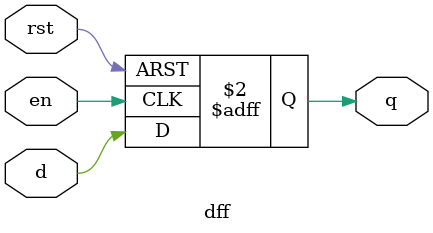
<source format=v>
`timescale 1ns / 1ps


module dff(
    input d,en,
    input rst,
    output reg q
    );
    always @(posedge en,posedge rst)
    begin
    if(rst)
        q <= 1'b0;
    else
        q <= d;
    end
endmodule
</source>
